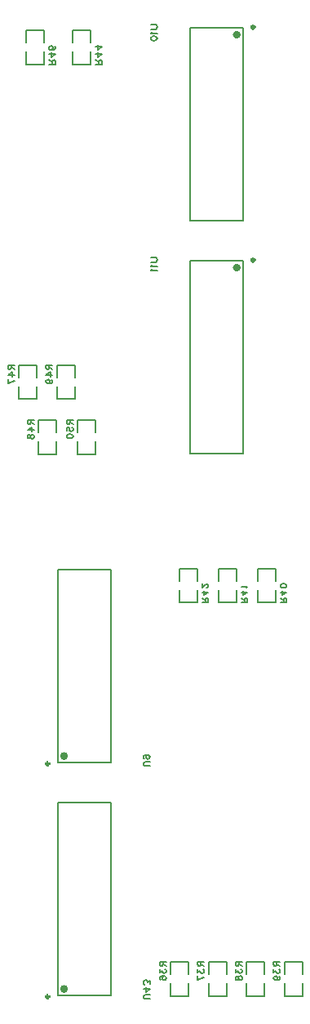
<source format=gbo>
G04 Layer: BottomSilkscreenLayer*
G04 EasyEDA Pro v2.1.49.573a4102.674264, 2024-03-15 18:46:32*
G04 Gerber Generator version 0.3*
G04 Scale: 100 percent, Rotated: No, Reflected: No*
G04 Dimensions in millimeters*
G04 Leading zeros omitted, absolute positions, 3 integers and 5 decimals*
%FSLAX35Y35*%
%MOMM*%
%ADD10C,0.1524*%
%ADD11C,0.4*%
%ADD12C,0.3*%
G75*


G04 Text Start*
G54D10*
G01X7591537Y-20220087D02*
G01X7656561Y-20220087D01*
G01X7591537Y-20220087D02*
G01X7591537Y-20248027D01*
G01X7594585Y-20257171D01*
G01X7597633Y-20260219D01*
G01X7603983Y-20263521D01*
G01X7610079D01*
G01X7616175Y-20260219D01*
G01X7619223Y-20257171D01*
G01X7622525Y-20248027D01*
G01Y-20220087D01*
G01X7622525Y-20241677D02*
G01X7656561Y-20263521D01*
G01X7591537Y-20299843D02*
G01X7591537Y-20333879D01*
G01X7616175Y-20315337D01*
G01Y-20324481D01*
G01X7619223Y-20330831D01*
G01X7622525Y-20333879D01*
G01X7631669Y-20336927D01*
G01X7638019D01*
G01X7647163Y-20333879D01*
G01X7653513Y-20327783D01*
G01X7656561Y-20318385D01*
G01Y-20308987D01*
G01X7653513Y-20299843D01*
G01X7650211Y-20296795D01*
G01X7644115Y-20293747D01*
G01X7600681Y-20404237D02*
G01X7594585Y-20401189D01*
G01X7591537Y-20391791D01*
G01Y-20385695D01*
G01X7594585Y-20376297D01*
G01X7603983Y-20370201D01*
G01X7619223Y-20367153D01*
G01X7634717D01*
G01X7647163Y-20370201D01*
G01X7653513Y-20376297D01*
G01X7656561Y-20385695D01*
G01Y-20388743D01*
G01X7653513Y-20397887D01*
G01X7647163Y-20404237D01*
G01X7638019Y-20407285D01*
G01X7634717D01*
G01X7625573Y-20404237D01*
G01X7619223Y-20397887D01*
G01X7616175Y-20388743D01*
G01Y-20385695D01*
G01X7619223Y-20376297D01*
G01X7625573Y-20370201D01*
G01X7634717Y-20367153D01*
G01X7985237Y-20220087D02*
G01X8050261Y-20220087D01*
G01X7985237Y-20220087D02*
G01X7985237Y-20248027D01*
G01X7988285Y-20257171D01*
G01X7991333Y-20260219D01*
G01X7997683Y-20263521D01*
G01X8003779D01*
G01X8009875Y-20260219D01*
G01X8012923Y-20257171D01*
G01X8016225Y-20248027D01*
G01Y-20220087D01*
G01X8016225Y-20241677D02*
G01X8050261Y-20263521D01*
G01X7985237Y-20299843D02*
G01X7985237Y-20333879D01*
G01X8009875Y-20315337D01*
G01Y-20324481D01*
G01X8012923Y-20330831D01*
G01X8016225Y-20333879D01*
G01X8025369Y-20336927D01*
G01X8031719D01*
G01X8040863Y-20333879D01*
G01X8047213Y-20327783D01*
G01X8050261Y-20318385D01*
G01Y-20308987D01*
G01X8047213Y-20299843D01*
G01X8043911Y-20296795D01*
G01X8037815Y-20293747D01*
G01X7985237Y-20410333D02*
G01X8050261Y-20379345D01*
G01X7985237Y-20367153D02*
G01X7985237Y-20410333D01*
G01X8378937Y-20220087D02*
G01X8443961Y-20220087D01*
G01X8378937Y-20220087D02*
G01X8378937Y-20248027D01*
G01X8381985Y-20257171D01*
G01X8385033Y-20260219D01*
G01X8391383Y-20263521D01*
G01X8397479D01*
G01X8403575Y-20260219D01*
G01X8406623Y-20257171D01*
G01X8409925Y-20248027D01*
G01Y-20220087D01*
G01X8409925Y-20241677D02*
G01X8443961Y-20263521D01*
G01X8378937Y-20299843D02*
G01X8378937Y-20333879D01*
G01X8403575Y-20315337D01*
G01Y-20324481D01*
G01X8406623Y-20330831D01*
G01X8409925Y-20333879D01*
G01X8419069Y-20336927D01*
G01X8425419D01*
G01X8434563Y-20333879D01*
G01X8440913Y-20327783D01*
G01X8443961Y-20318385D01*
G01Y-20308987D01*
G01X8440913Y-20299843D01*
G01X8437611Y-20296795D01*
G01X8431515Y-20293747D01*
G01X8378937Y-20382393D02*
G01X8381985Y-20373249D01*
G01X8388081Y-20370201D01*
G01X8394431D01*
G01X8400527Y-20373249D01*
G01X8403575Y-20379345D01*
G01X8406623Y-20391791D01*
G01X8409925Y-20401189D01*
G01X8416021Y-20407285D01*
G01X8422117Y-20410333D01*
G01X8431515D01*
G01X8437611Y-20407285D01*
G01X8440913Y-20404237D01*
G01X8443961Y-20394839D01*
G01Y-20382393D01*
G01X8440913Y-20373249D01*
G01X8437611Y-20370201D01*
G01X8431515Y-20367153D01*
G01X8422117D01*
G01X8416021Y-20370201D01*
G01X8409925Y-20376297D01*
G01X8406623Y-20385695D01*
G01X8403575Y-20397887D01*
G01X8400527Y-20404237D01*
G01X8394431Y-20407285D01*
G01X8388081D01*
G01X8381985Y-20404237D01*
G01X8378937Y-20394839D01*
G01Y-20382393D01*
G01X8772637Y-20220087D02*
G01X8837661Y-20220087D01*
G01X8772637Y-20220087D02*
G01X8772637Y-20248027D01*
G01X8775685Y-20257171D01*
G01X8778733Y-20260219D01*
G01X8785083Y-20263521D01*
G01X8791179D01*
G01X8797275Y-20260219D01*
G01X8800323Y-20257171D01*
G01X8803625Y-20248027D01*
G01Y-20220087D01*
G01X8803625Y-20241677D02*
G01X8837661Y-20263521D01*
G01X8772637Y-20299843D02*
G01X8772637Y-20333879D01*
G01X8797275Y-20315337D01*
G01Y-20324481D01*
G01X8800323Y-20330831D01*
G01X8803625Y-20333879D01*
G01X8812769Y-20336927D01*
G01X8819119D01*
G01X8828263Y-20333879D01*
G01X8834613Y-20327783D01*
G01X8837661Y-20318385D01*
G01Y-20308987D01*
G01X8834613Y-20299843D01*
G01X8831311Y-20296795D01*
G01X8825215Y-20293747D01*
G01X8794227Y-20407285D02*
G01X8803625Y-20404237D01*
G01X8809721Y-20397887D01*
G01X8812769Y-20388743D01*
G01Y-20385695D01*
G01X8809721Y-20376297D01*
G01X8803625Y-20370201D01*
G01X8794227Y-20367153D01*
G01X8791179D01*
G01X8781781Y-20370201D01*
G01X8775685Y-20376297D01*
G01X8772637Y-20385695D01*
G01Y-20388743D01*
G01X8775685Y-20397887D01*
G01X8781781Y-20404237D01*
G01X8794227Y-20407285D01*
G01X8809721D01*
G01X8825215Y-20404237D01*
G01X8834613Y-20397887D01*
G01X8837661Y-20388743D01*
G01Y-20382393D01*
G01X8834613Y-20373249D01*
G01X8828263Y-20370201D01*
G01X8905763Y-16495613D02*
G01X8840739Y-16495613D01*
G01X8905763Y-16495613D02*
G01X8905763Y-16467673D01*
G01X8902715Y-16458529D01*
G01X8899667Y-16455481D01*
G01X8893317Y-16452179D01*
G01X8887221D01*
G01X8881125Y-16455481D01*
G01X8878077Y-16458529D01*
G01X8874775Y-16467673D01*
G01Y-16495613D01*
G01X8874775Y-16474023D02*
G01X8840739Y-16452179D01*
G01X8905763Y-16391219D02*
G01X8862583Y-16421953D01*
G01Y-16375725D01*
G01X8905763Y-16391219D02*
G01X8840739Y-16391219D01*
G01X8905763Y-16326957D02*
G01X8902715Y-16336355D01*
G01X8893317Y-16342451D01*
G01X8878077Y-16345499D01*
G01X8868679D01*
G01X8853185Y-16342451D01*
G01X8843787Y-16336355D01*
G01X8840739Y-16326957D01*
G01Y-16320861D01*
G01X8843787Y-16311463D01*
G01X8853185Y-16305367D01*
G01X8868679Y-16302319D01*
G01X8878077D01*
G01X8893317Y-16305367D01*
G01X8902715Y-16311463D01*
G01X8905763Y-16320861D01*
G01Y-16326957D01*
G01X8499363Y-16495613D02*
G01X8434339Y-16495613D01*
G01X8499363Y-16495613D02*
G01X8499363Y-16467673D01*
G01X8496315Y-16458529D01*
G01X8493267Y-16455481D01*
G01X8486917Y-16452179D01*
G01X8480821D01*
G01X8474725Y-16455481D01*
G01X8471677Y-16458529D01*
G01X8468375Y-16467673D01*
G01Y-16495613D01*
G01X8468375Y-16474023D02*
G01X8434339Y-16452179D01*
G01X8499363Y-16391219D02*
G01X8456183Y-16421953D01*
G01Y-16375725D01*
G01X8499363Y-16391219D02*
G01X8434339Y-16391219D01*
G01X8486917Y-16345499D02*
G01X8490219Y-16339403D01*
G01X8499363Y-16330259D01*
G01X8434339D01*
G01X8092963Y-16495613D02*
G01X8027939Y-16495613D01*
G01X8092963Y-16495613D02*
G01X8092963Y-16467673D01*
G01X8089915Y-16458529D01*
G01X8086867Y-16455481D01*
G01X8080517Y-16452179D01*
G01X8074421D01*
G01X8068325Y-16455481D01*
G01X8065277Y-16458529D01*
G01X8061975Y-16467673D01*
G01Y-16495613D01*
G01X8061975Y-16474023D02*
G01X8027939Y-16452179D01*
G01X8092963Y-16391219D02*
G01X8049783Y-16421953D01*
G01Y-16375725D01*
G01X8092963Y-16391219D02*
G01X8027939Y-16391219D01*
G01X8077469Y-16342451D02*
G01X8080517Y-16342451D01*
G01X8086867Y-16339403D01*
G01X8089915Y-16336355D01*
G01X8092963Y-16330259D01*
G01Y-16317813D01*
G01X8089915Y-16311463D01*
G01X8086867Y-16308415D01*
G01X8080517Y-16305367D01*
G01X8074421D01*
G01X8068325Y-16308415D01*
G01X8058927Y-16314765D01*
G01X8027939Y-16345499D01*
G01Y-16302319D01*
G01X6988063Y-10920313D02*
G01X6923039Y-10920313D01*
G01X6988063Y-10920313D02*
G01X6988063Y-10892373D01*
G01X6985015Y-10883229D01*
G01X6981967Y-10880181D01*
G01X6975617Y-10876879D01*
G01X6969521D01*
G01X6963425Y-10880181D01*
G01X6960377Y-10883229D01*
G01X6957075Y-10892373D01*
G01Y-10920313D01*
G01X6957075Y-10898723D02*
G01X6923039Y-10876879D01*
G01X6988063Y-10815919D02*
G01X6944883Y-10846653D01*
G01Y-10800425D01*
G01X6988063Y-10815919D02*
G01X6923039Y-10815919D01*
G01X6988063Y-10739465D02*
G01X6944883Y-10770199D01*
G01Y-10723971D01*
G01X6988063Y-10739465D02*
G01X6923039Y-10739465D01*
G01X6505463Y-10920313D02*
G01X6440439Y-10920313D01*
G01X6505463Y-10920313D02*
G01X6505463Y-10892373D01*
G01X6502415Y-10883229D01*
G01X6499367Y-10880181D01*
G01X6493017Y-10876879D01*
G01X6486921D01*
G01X6480825Y-10880181D01*
G01X6477777Y-10883229D01*
G01X6474475Y-10892373D01*
G01Y-10920313D01*
G01X6474475Y-10898723D02*
G01X6440439Y-10876879D01*
G01X6505463Y-10815919D02*
G01X6462283Y-10846653D01*
G01Y-10800425D01*
G01X6505463Y-10815919D02*
G01X6440439Y-10815919D01*
G01X6496319Y-10733115D02*
G01X6502415Y-10736163D01*
G01X6505463Y-10745561D01*
G01Y-10751657D01*
G01X6502415Y-10761055D01*
G01X6493017Y-10767151D01*
G01X6477777Y-10770199D01*
G01X6462283D01*
G01X6449837Y-10767151D01*
G01X6443487Y-10761055D01*
G01X6440439Y-10751657D01*
G01Y-10748609D01*
G01X6443487Y-10739465D01*
G01X6449837Y-10733115D01*
G01X6458981Y-10730067D01*
G01X6462283D01*
G01X6471427Y-10733115D01*
G01X6477777Y-10739465D01*
G01X6480825Y-10748609D01*
G01Y-10751657D01*
G01X6477777Y-10761055D01*
G01X6471427Y-10767151D01*
G01X6462283Y-10770199D01*
G01X6016737Y-14035187D02*
G01X6081761Y-14035187D01*
G01X6016737Y-14035187D02*
G01X6016737Y-14063127D01*
G01X6019785Y-14072271D01*
G01X6022833Y-14075319D01*
G01X6029183Y-14078621D01*
G01X6035279D01*
G01X6041375Y-14075319D01*
G01X6044423Y-14072271D01*
G01X6047725Y-14063127D01*
G01Y-14035187D01*
G01X6047725Y-14056777D02*
G01X6081761Y-14078621D01*
G01X6016737Y-14139581D02*
G01X6059917Y-14108847D01*
G01Y-14155075D01*
G01X6016737Y-14139581D02*
G01X6081761Y-14139581D01*
G01X6016737Y-14228481D02*
G01X6081761Y-14197493D01*
G01X6016737Y-14185301D02*
G01X6016737Y-14228481D01*
G01X6219937Y-14606687D02*
G01X6284961Y-14606687D01*
G01X6219937Y-14606687D02*
G01X6219937Y-14634627D01*
G01X6222985Y-14643771D01*
G01X6226033Y-14646819D01*
G01X6232383Y-14650121D01*
G01X6238479D01*
G01X6244575Y-14646819D01*
G01X6247623Y-14643771D01*
G01X6250925Y-14634627D01*
G01Y-14606687D01*
G01X6250925Y-14628277D02*
G01X6284961Y-14650121D01*
G01X6219937Y-14711081D02*
G01X6263117Y-14680347D01*
G01Y-14726575D01*
G01X6219937Y-14711081D02*
G01X6284961Y-14711081D01*
G01X6219937Y-14772041D02*
G01X6222985Y-14762897D01*
G01X6229081Y-14759849D01*
G01X6235431D01*
G01X6241527Y-14762897D01*
G01X6244575Y-14768993D01*
G01X6247623Y-14781439D01*
G01X6250925Y-14790837D01*
G01X6257021Y-14796933D01*
G01X6263117Y-14799981D01*
G01X6272515D01*
G01X6278611Y-14796933D01*
G01X6281913Y-14793885D01*
G01X6284961Y-14784487D01*
G01Y-14772041D01*
G01X6281913Y-14762897D01*
G01X6278611Y-14759849D01*
G01X6272515Y-14756801D01*
G01X6263117D01*
G01X6257021Y-14759849D01*
G01X6250925Y-14765945D01*
G01X6247623Y-14775343D01*
G01X6244575Y-14787535D01*
G01X6241527Y-14793885D01*
G01X6235431Y-14796933D01*
G01X6229081D01*
G01X6222985Y-14793885D01*
G01X6219937Y-14784487D01*
G01Y-14772041D01*
G01X6410437Y-14035187D02*
G01X6475461Y-14035187D01*
G01X6410437Y-14035187D02*
G01X6410437Y-14063127D01*
G01X6413485Y-14072271D01*
G01X6416533Y-14075319D01*
G01X6422883Y-14078621D01*
G01X6428979D01*
G01X6435075Y-14075319D01*
G01X6438123Y-14072271D01*
G01X6441425Y-14063127D01*
G01Y-14035187D01*
G01X6441425Y-14056777D02*
G01X6475461Y-14078621D01*
G01X6410437Y-14139581D02*
G01X6453617Y-14108847D01*
G01Y-14155075D01*
G01X6410437Y-14139581D02*
G01X6475461Y-14139581D01*
G01X6432027Y-14225433D02*
G01X6441425Y-14222385D01*
G01X6447521Y-14216035D01*
G01X6450569Y-14206891D01*
G01Y-14203843D01*
G01X6447521Y-14194445D01*
G01X6441425Y-14188349D01*
G01X6432027Y-14185301D01*
G01X6428979D01*
G01X6419581Y-14188349D01*
G01X6413485Y-14194445D01*
G01X6410437Y-14203843D01*
G01Y-14206891D01*
G01X6413485Y-14216035D01*
G01X6419581Y-14222385D01*
G01X6432027Y-14225433D01*
G01X6447521D01*
G01X6463015Y-14222385D01*
G01X6472413Y-14216035D01*
G01X6475461Y-14206891D01*
G01Y-14200541D01*
G01X6472413Y-14191397D01*
G01X6466063Y-14188349D01*
G01X6626337Y-14606687D02*
G01X6691361Y-14606687D01*
G01X6626337Y-14606687D02*
G01X6626337Y-14634627D01*
G01X6629385Y-14643771D01*
G01X6632433Y-14646819D01*
G01X6638783Y-14650121D01*
G01X6644879D01*
G01X6650975Y-14646819D01*
G01X6654023Y-14643771D01*
G01X6657325Y-14634627D01*
G01Y-14606687D01*
G01X6657325Y-14628277D02*
G01X6691361Y-14650121D01*
G01X6626337Y-14717431D02*
G01X6626337Y-14686443D01*
G01X6654023Y-14683395D01*
G01X6650975Y-14686443D01*
G01X6647927Y-14695587D01*
G01Y-14704985D01*
G01X6650975Y-14714383D01*
G01X6657325Y-14720479D01*
G01X6666469Y-14723527D01*
G01X6672819D01*
G01X6681963Y-14720479D01*
G01X6688313Y-14714383D01*
G01X6691361Y-14704985D01*
G01Y-14695587D01*
G01X6688313Y-14686443D01*
G01X6685011Y-14683395D01*
G01X6678915Y-14680347D01*
G01X6626337Y-14772295D02*
G01X6629385Y-14762897D01*
G01X6638783Y-14756801D01*
G01X6654023Y-14753753D01*
G01X6663421D01*
G01X6678915Y-14756801D01*
G01X6688313Y-14762897D01*
G01X6691361Y-14772295D01*
G01Y-14778391D01*
G01X6688313Y-14787789D01*
G01X6678915Y-14793885D01*
G01X6663421Y-14796933D01*
G01X6654023D01*
G01X6638783Y-14793885D01*
G01X6629385Y-14787789D01*
G01X6626337Y-14778391D01*
G01Y-14772295D01*
G01X7487211Y-20603082D02*
G01X7440729Y-20603082D01*
G01X7431585Y-20600034D01*
G01X7425235Y-20593684D01*
G01X7422187Y-20584540D01*
G01Y-20578190D01*
G01X7425235Y-20569046D01*
G01X7431585Y-20562950D01*
G01X7440729Y-20559648D01*
G01X7487211D01*
G01X7487211Y-20498688D02*
G01X7444031Y-20529422D01*
G01Y-20483194D01*
G01X7487211Y-20498688D02*
G01X7422187Y-20498688D01*
G01X7487211Y-20446872D02*
G01X7487211Y-20412836D01*
G01X7462573Y-20431378D01*
G01Y-20422234D01*
G01X7459525Y-20415884D01*
G01X7456223Y-20412836D01*
G01X7447079Y-20409788D01*
G01X7440729D01*
G01X7431585Y-20412836D01*
G01X7425235Y-20418932D01*
G01X7422187Y-20428330D01*
G01Y-20437728D01*
G01X7425235Y-20446872D01*
G01X7428537Y-20449920D01*
G01X7434633Y-20452968D01*
G01X7487211Y-18190082D02*
G01X7440729Y-18190082D01*
G01X7431585Y-18187034D01*
G01X7425235Y-18180684D01*
G01X7422187Y-18171540D01*
G01Y-18165190D01*
G01X7425235Y-18156046D01*
G01X7431585Y-18149950D01*
G01X7440729Y-18146648D01*
G01X7487211D01*
G01X7465621Y-18076290D02*
G01X7456223Y-18079338D01*
G01X7450127Y-18085688D01*
G01X7447079Y-18094832D01*
G01Y-18097880D01*
G01X7450127Y-18107278D01*
G01X7456223Y-18113374D01*
G01X7465621Y-18116422D01*
G01X7468669D01*
G01X7478067Y-18113374D01*
G01X7484163Y-18107278D01*
G01X7487211Y-18097880D01*
G01Y-18094832D01*
G01X7484163Y-18085688D01*
G01X7478067Y-18079338D01*
G01X7465621Y-18076290D01*
G01X7450127D01*
G01X7434633Y-18079338D01*
G01X7425235Y-18085688D01*
G01X7422187Y-18094832D01*
G01Y-18101182D01*
G01X7425235Y-18110326D01*
G01X7431585Y-18113374D01*
G01X7498789Y-10511918D02*
G01X7545271Y-10511918D01*
G01X7554415Y-10514966D01*
G01X7560765Y-10521316D01*
G01X7563813Y-10530460D01*
G01Y-10536810D01*
G01X7560765Y-10545954D01*
G01X7554415Y-10552050D01*
G01X7545271Y-10555352D01*
G01X7498789D01*
G01X7511235Y-10585578D02*
G01X7507933Y-10591674D01*
G01X7498789Y-10600818D01*
G01X7563813D01*
G01X7498789Y-10649586D02*
G01X7501837Y-10640188D01*
G01X7511235Y-10634092D01*
G01X7526475Y-10631044D01*
G01X7535873D01*
G01X7551367Y-10634092D01*
G01X7560765Y-10640188D01*
G01X7563813Y-10649586D01*
G01Y-10655682D01*
G01X7560765Y-10665080D01*
G01X7551367Y-10671176D01*
G01X7535873Y-10674224D01*
G01X7526475D01*
G01X7511235Y-10671176D01*
G01X7501837Y-10665080D01*
G01X7498789Y-10655682D01*
G01Y-10649586D01*
G01X7498789Y-12924918D02*
G01X7545271Y-12924918D01*
G01X7554415Y-12927966D01*
G01X7560765Y-12934316D01*
G01X7563813Y-12943460D01*
G01Y-12949810D01*
G01X7560765Y-12958954D01*
G01X7554415Y-12965050D01*
G01X7545271Y-12968352D01*
G01X7498789D01*
G01X7511235Y-12998578D02*
G01X7507933Y-13004674D01*
G01X7498789Y-13013818D01*
G01X7563813D01*
G01X7511235Y-13044044D02*
G01X7507933Y-13050140D01*
G01X7498789Y-13059284D01*
G01X7563813D01*
G04 Text End*

G04 PolygonModel Start*
G01X7889509Y-20443820D02*
G01X7889509Y-20572313D01*
G01X7889509Y-20572313D02*
G01X7706091Y-20572313D01*
G01X7706091Y-20572313D02*
G01X7706091Y-20443820D01*
G01X7889509Y-20348580D02*
G01X7889509Y-20220087D01*
G01X7889509Y-20220087D02*
G01X7706091Y-20220087D01*
G01X7706091Y-20220087D02*
G01X7706091Y-20348580D01*
G01X8283209Y-20443820D02*
G01X8283209Y-20572313D01*
G01X8283209Y-20572313D02*
G01X8099791Y-20572313D01*
G01X8099791Y-20572313D02*
G01X8099791Y-20443820D01*
G01X8283209Y-20348580D02*
G01X8283209Y-20220087D01*
G01X8283209Y-20220087D02*
G01X8099791Y-20220087D01*
G01X8099791Y-20220087D02*
G01X8099791Y-20348580D01*
G01X8676909Y-20443820D02*
G01X8676909Y-20572313D01*
G01X8676909Y-20572313D02*
G01X8493491Y-20572313D01*
G01X8493491Y-20572313D02*
G01X8493491Y-20443820D01*
G01X8676909Y-20348580D02*
G01X8676909Y-20220087D01*
G01X8676909Y-20220087D02*
G01X8493491Y-20220087D01*
G01X8493491Y-20220087D02*
G01X8493491Y-20348580D01*
G01X9070609Y-20443820D02*
G01X9070609Y-20572313D01*
G01X9070609Y-20572313D02*
G01X8887191Y-20572313D01*
G01X8887191Y-20572313D02*
G01X8887191Y-20443820D01*
G01X9070609Y-20348580D02*
G01X9070609Y-20220087D01*
G01X9070609Y-20220087D02*
G01X8887191Y-20220087D01*
G01X8887191Y-20220087D02*
G01X8887191Y-20348580D01*
G01X8607791Y-16271880D02*
G01X8607791Y-16143387D01*
G01X8607791Y-16143387D02*
G01X8791209Y-16143387D01*
G01X8791209Y-16143387D02*
G01X8791209Y-16271880D01*
G01X8607791Y-16367120D02*
G01X8607791Y-16495613D01*
G01X8607791Y-16495613D02*
G01X8791209Y-16495613D01*
G01X8791209Y-16495613D02*
G01X8791209Y-16367120D01*
G01X8201391Y-16271880D02*
G01X8201391Y-16143387D01*
G01X8201391Y-16143387D02*
G01X8384809Y-16143387D01*
G01X8384809Y-16143387D02*
G01X8384809Y-16271880D01*
G01X8201391Y-16367120D02*
G01X8201391Y-16495613D01*
G01X8201391Y-16495613D02*
G01X8384809Y-16495613D01*
G01X8384809Y-16495613D02*
G01X8384809Y-16367120D01*
G01X7794991Y-16271880D02*
G01X7794991Y-16143387D01*
G01X7794991Y-16143387D02*
G01X7978409Y-16143387D01*
G01X7978409Y-16143387D02*
G01X7978409Y-16271880D01*
G01X7794991Y-16367120D02*
G01X7794991Y-16495613D01*
G01X7794991Y-16495613D02*
G01X7978409Y-16495613D01*
G01X7978409Y-16495613D02*
G01X7978409Y-16367120D01*
G01X6690091Y-10696580D02*
G01X6690091Y-10568087D01*
G01X6690091Y-10568087D02*
G01X6873509Y-10568087D01*
G01X6873509Y-10568087D02*
G01X6873509Y-10696580D01*
G01X6690091Y-10791820D02*
G01X6690091Y-10920313D01*
G01X6690091Y-10920313D02*
G01X6873509Y-10920313D01*
G01X6873509Y-10920313D02*
G01X6873509Y-10791820D01*
G01X6207491Y-10696580D02*
G01X6207491Y-10568087D01*
G01X6207491Y-10568087D02*
G01X6390909Y-10568087D01*
G01X6390909Y-10568087D02*
G01X6390909Y-10696580D01*
G01X6207491Y-10791820D02*
G01X6207491Y-10920313D01*
G01X6207491Y-10920313D02*
G01X6390909Y-10920313D01*
G01X6390909Y-10920313D02*
G01X6390909Y-10791820D01*
G01X6314709Y-14258920D02*
G01X6314709Y-14387413D01*
G01X6314709Y-14387413D02*
G01X6131291Y-14387413D01*
G01X6131291Y-14387413D02*
G01X6131291Y-14258920D01*
G01X6314709Y-14163680D02*
G01X6314709Y-14035187D01*
G01X6314709Y-14035187D02*
G01X6131291Y-14035187D01*
G01X6131291Y-14035187D02*
G01X6131291Y-14163680D01*
G01X6517909Y-14830420D02*
G01X6517909Y-14958913D01*
G01X6517909Y-14958913D02*
G01X6334491Y-14958913D01*
G01X6334491Y-14958913D02*
G01X6334491Y-14830420D01*
G01X6517909Y-14735180D02*
G01X6517909Y-14606687D01*
G01X6517909Y-14606687D02*
G01X6334491Y-14606687D01*
G01X6334491Y-14606687D02*
G01X6334491Y-14735180D01*
G01X6708409Y-14258920D02*
G01X6708409Y-14387413D01*
G01X6708409Y-14387413D02*
G01X6524991Y-14387413D01*
G01X6524991Y-14387413D02*
G01X6524991Y-14258920D01*
G01X6708409Y-14163680D02*
G01X6708409Y-14035187D01*
G01X6708409Y-14035187D02*
G01X6524991Y-14035187D01*
G01X6524991Y-14035187D02*
G01X6524991Y-14163680D01*
G01X6924309Y-14830420D02*
G01X6924309Y-14958913D01*
G01X6924309Y-14958913D02*
G01X6740891Y-14958913D01*
G01X6740891Y-14958913D02*
G01X6740891Y-14830420D01*
G01X6924309Y-14735180D02*
G01X6924309Y-14606687D01*
G01X6924309Y-14606687D02*
G01X6740891Y-14606687D01*
G01X6740891Y-14606687D02*
G01X6740891Y-14735180D01*
G01X6529680Y-20568318D02*
G01X7084720Y-20568318D01*
G01X7084720Y-20568318D02*
G01X7084720Y-18573082D01*
G01X7084720Y-18573082D02*
G01X6529680Y-18573082D01*
G01X6529680Y-18573082D02*
G01X6529680Y-20568318D01*
G01X6529680Y-18155318D02*
G01X7084720Y-18155318D01*
G01X7084720Y-18155318D02*
G01X7084720Y-16160082D01*
G01X7084720Y-16160082D02*
G01X6529680Y-16160082D01*
G01X6529680Y-16160082D02*
G01X6529680Y-18155318D01*
G01X8456320Y-10546682D02*
G01X7901280Y-10546682D01*
G01X7901280Y-10546682D02*
G01X7901280Y-12541918D01*
G01X7901280Y-12541918D02*
G01X8456320Y-12541918D01*
G01X8456320Y-12541918D02*
G01X8456320Y-10546682D01*
G01X8456320Y-12959682D02*
G01X7901280Y-12959682D01*
G01X7901280Y-12959682D02*
G01X7901280Y-14954918D01*
G01X7901280Y-14954918D02*
G01X8456320Y-14954918D01*
G01X8456320Y-14954918D02*
G01X8456320Y-12959682D01*
G04 PolygonModel End*

G04 Circle Start*
G54D11*
G01X6577200Y-20500701D02*
G03X6617200Y-20500701I20000J0D01*
G03X6577200I-20000J0D01*
G54D12*
G01X6412200Y-20580701D02*
G03X6442202Y-20580701I15001J0D01*
G03X6412200I-15001J0D01*
G54D11*
G01X6577200Y-18087701D02*
G03X6617200Y-18087701I20000J0D01*
G03X6577200I-20000J0D01*
G54D12*
G01X6412200Y-18167701D02*
G03X6442202Y-18167701I15001J0D01*
G03X6412200I-15001J0D01*
G54D11*
G01X8368800Y-10614299D02*
G03X8408800Y-10614299I20000J0D01*
G03X8368800I-20000J0D01*
G54D12*
G01X8543798Y-10534299D02*
G03X8573800Y-10534299I15001J0D01*
G03X8543798I-15001J0D01*
G54D11*
G01X8368800Y-13027299D02*
G03X8408800Y-13027299I20000J0D01*
G03X8368800I-20000J0D01*
G54D12*
G01X8543798Y-12947299D02*
G03X8573800Y-12947299I15001J0D01*
G03X8543798I-15001J0D01*
G04 Circle End*

M02*

</source>
